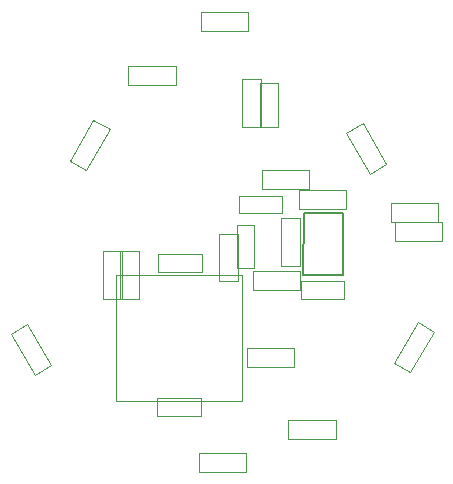
<source format=gbr>
G04 #@! TF.FileFunction,Other,User*
%FSLAX46Y46*%
G04 Gerber Fmt 4.6, Leading zero omitted, Abs format (unit mm)*
G04 Created by KiCad (PCBNEW 4.0.4+dfsg1-stable) date Thu Jan 19 15:29:11 2017*
%MOMM*%
%LPD*%
G01*
G04 APERTURE LIST*
%ADD10C,0.100000*%
%ADD11C,0.050000*%
%ADD12C,0.150000*%
G04 APERTURE END LIST*
D10*
D11*
X1135280Y-3511300D02*
X1135280Y488700D01*
X-464720Y-3511300D02*
X-464720Y488700D01*
X1135280Y-3511300D02*
X-464720Y-3511300D01*
X1135280Y488700D02*
X-464720Y488700D01*
X3032060Y13252060D02*
X3032060Y9552060D01*
X4532060Y13252060D02*
X4532060Y9552060D01*
X3032060Y13252060D02*
X4532060Y13252060D01*
X3032060Y9552060D02*
X4532060Y9552060D01*
X4872600Y3709100D02*
X1172600Y3709100D01*
X4872600Y2209100D02*
X1172600Y2209100D01*
X4872600Y3709100D02*
X4872600Y2209100D01*
X1172600Y3709100D02*
X1172600Y2209100D01*
X6438020Y-5012120D02*
X10138020Y-5012120D01*
X6438020Y-3512120D02*
X10138020Y-3512120D01*
X6438020Y-5012120D02*
X6438020Y-3512120D01*
X10138020Y-5012120D02*
X10138020Y-3512120D01*
X6293100Y2603600D02*
X10293100Y2603600D01*
X6293100Y4203600D02*
X10293100Y4203600D01*
X6293100Y2603600D02*
X6293100Y4203600D01*
X10293100Y2603600D02*
X10293100Y4203600D01*
X-1939680Y-1231200D02*
X-5639680Y-1231200D01*
X-1939680Y-2731200D02*
X-5639680Y-2731200D01*
X-1939680Y-1231200D02*
X-1939680Y-2731200D01*
X-5639680Y-1231200D02*
X-5639680Y-2731200D01*
X5860800Y-9233000D02*
X1860800Y-9233000D01*
X5860800Y-10833000D02*
X1860800Y-10833000D01*
X5860800Y-9233000D02*
X5860800Y-10833000D01*
X1860800Y-9233000D02*
X1860800Y-10833000D01*
X3123180Y4259680D02*
X7123180Y4259680D01*
X3123180Y5859680D02*
X7123180Y5859680D01*
X3123180Y4259680D02*
X3123180Y5859680D01*
X7123180Y4259680D02*
X7123180Y5859680D01*
X18052800Y3073300D02*
X14052800Y3073300D01*
X18052800Y1473300D02*
X14052800Y1473300D01*
X18052800Y3073300D02*
X18052800Y1473300D01*
X14052800Y3073300D02*
X14052800Y1473300D01*
X1501240Y13541760D02*
X1501240Y9541760D01*
X3101240Y13541760D02*
X3101240Y9541760D01*
X1501240Y13541760D02*
X3101240Y13541760D01*
X1501240Y9541760D02*
X3101240Y9541760D01*
X-1987300Y17665800D02*
X2012700Y17665800D01*
X-1987300Y19265800D02*
X2012700Y19265800D01*
X-1987300Y17665800D02*
X-1987300Y19265800D01*
X2012700Y17665800D02*
X2012700Y19265800D01*
X2356100Y-4317900D02*
X6356100Y-4317900D01*
X2356100Y-2717900D02*
X6356100Y-2717900D01*
X2356100Y-4317900D02*
X2356100Y-2717900D01*
X6356100Y-4317900D02*
X6356100Y-2717900D01*
X-11122820Y10133051D02*
X-13122820Y6668949D01*
X-9737180Y9333051D02*
X-11737180Y5868949D01*
X-11122820Y10133051D02*
X-9737180Y9333051D01*
X-13122820Y6668949D02*
X-11737180Y5868949D01*
X-14697800Y-10661471D02*
X-16697800Y-7197369D01*
X-16083440Y-11461471D02*
X-18083440Y-7997369D01*
X-14697800Y-10661471D02*
X-16083440Y-11461471D01*
X-16697800Y-7197369D02*
X-18083440Y-7997369D01*
X-8864500Y-1022600D02*
X-8864500Y-5022600D01*
X-7264500Y-1022600D02*
X-7264500Y-5022600D01*
X-8864500Y-1022600D02*
X-7264500Y-1022600D01*
X-8864500Y-5022600D02*
X-7264500Y-5022600D01*
X-2177800Y-19710300D02*
X1822200Y-19710300D01*
X-2177800Y-18110300D02*
X1822200Y-18110300D01*
X-2177800Y-19710300D02*
X-2177800Y-18110300D01*
X1822200Y-19710300D02*
X1822200Y-18110300D01*
X6362600Y-2215900D02*
X6362600Y1784100D01*
X4762600Y-2215900D02*
X4762600Y1784100D01*
X6362600Y-2215900D02*
X4762600Y-2215900D01*
X6362600Y1784100D02*
X4762600Y1784100D01*
X-8712300Y-5022600D02*
X-8712300Y-1022600D01*
X-10312300Y-5022600D02*
X-10312300Y-1022600D01*
X-8712300Y-5022600D02*
X-10312300Y-5022600D01*
X-8712300Y-1022600D02*
X-10312300Y-1022600D01*
X15722760Y-11270971D02*
X17722760Y-7806869D01*
X14337120Y-10470971D02*
X16337120Y-7006869D01*
X15722760Y-11270971D02*
X14337120Y-10470971D01*
X17722760Y-7806869D02*
X16337120Y-7006869D01*
X13679080Y6374309D02*
X11679080Y9838411D01*
X12293440Y5574309D02*
X10293440Y9038411D01*
X13679080Y6374309D02*
X12293440Y5574309D01*
X11679080Y9838411D02*
X10293440Y9038411D01*
X5386320Y-16890900D02*
X9386320Y-16890900D01*
X5386320Y-15290900D02*
X9386320Y-15290900D01*
X5386320Y-16890900D02*
X5386320Y-15290900D01*
X9386320Y-16890900D02*
X9386320Y-15290900D01*
X-8159500Y13093800D02*
X-4159500Y13093800D01*
X-8159500Y14693800D02*
X-4159500Y14693800D01*
X-8159500Y13093800D02*
X-8159500Y14693800D01*
X-4159500Y13093800D02*
X-4159500Y14693800D01*
X2502600Y-2446900D02*
X2502600Y1253100D01*
X1002600Y-2446900D02*
X1002600Y1253100D01*
X2502600Y-2446900D02*
X1002600Y-2446900D01*
X2502600Y1253100D02*
X1002600Y1253100D01*
X18433800Y1435000D02*
X14433800Y1435000D01*
X18433800Y-165000D02*
X14433800Y-165000D01*
X18433800Y1435000D02*
X18433800Y-165000D01*
X14433800Y1435000D02*
X14433800Y-165000D01*
X-1993020Y-13428280D02*
X-5693020Y-13428280D01*
X-1993020Y-14928280D02*
X-5693020Y-14928280D01*
X-1993020Y-13428280D02*
X-1993020Y-14928280D01*
X-5693020Y-13428280D02*
X-5693020Y-14928280D01*
X-9173500Y-3056600D02*
X1426500Y-3056600D01*
X-9173500Y-13656600D02*
X1426500Y-13656600D01*
X-9173500Y-3056600D02*
X-9173500Y-13656600D01*
X1426500Y-3056600D02*
X1426500Y-13656600D01*
D12*
X9979600Y-2992900D02*
X6629600Y-2992900D01*
X6629600Y-2992900D02*
X6679600Y2257100D01*
X6679600Y2257100D02*
X10029600Y2257100D01*
X10029600Y2257100D02*
X9979600Y-2992900D01*
M02*

</source>
